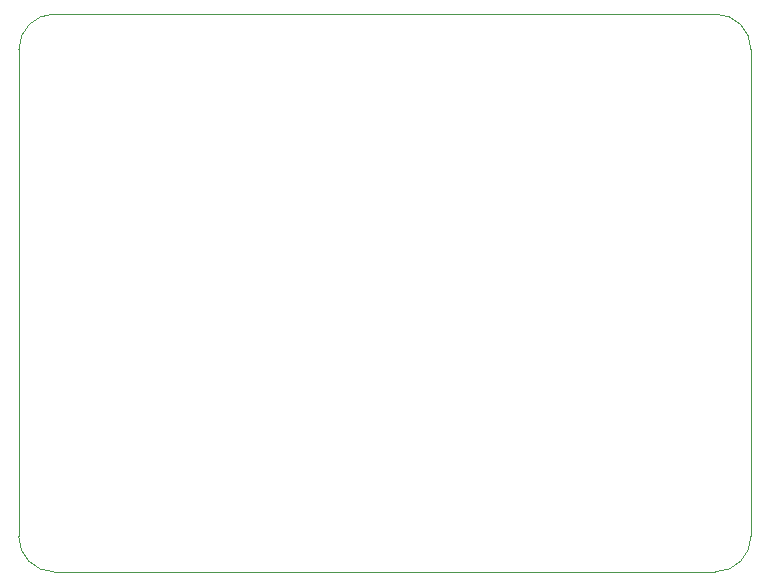
<source format=gbr>
%TF.GenerationSoftware,KiCad,Pcbnew,8.0.1*%
%TF.CreationDate,2024-11-24T12:48:57+07:00*%
%TF.ProjectId,TPMS,54504d53-2e6b-4696-9361-645f70636258,rev?*%
%TF.SameCoordinates,Original*%
%TF.FileFunction,Profile,NP*%
%FSLAX46Y46*%
G04 Gerber Fmt 4.6, Leading zero omitted, Abs format (unit mm)*
G04 Created by KiCad (PCBNEW 8.0.1) date 2024-11-24 12:48:57*
%MOMM*%
%LPD*%
G01*
G04 APERTURE LIST*
%TA.AperFunction,Profile*%
%ADD10C,0.050000*%
%TD*%
G04 APERTURE END LIST*
D10*
X128480000Y-123320000D02*
G75*
G02*
X125480000Y-120320000I0J3000000D01*
G01*
X184480000Y-76100000D02*
G75*
G02*
X187481300Y-79101320I0J-3001300D01*
G01*
X187480000Y-120320000D02*
G75*
G02*
X184480000Y-123320000I-3000000J0D01*
G01*
X125498680Y-79101320D02*
X125480000Y-120320000D01*
X128480000Y-123320000D02*
X184480000Y-123320000D01*
X125498680Y-79101320D02*
G75*
G02*
X128500000Y-76099980I3001320J20D01*
G01*
X187480000Y-120320000D02*
X187481320Y-79101320D01*
X128500000Y-76100000D02*
X184480000Y-76100000D01*
M02*

</source>
